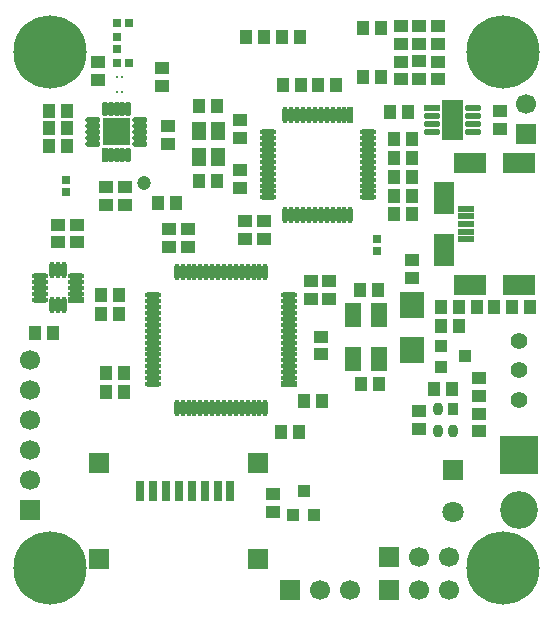
<source format=gts>
G04 #@! TF.FileFunction,Soldermask,Top*
%FSLAX46Y46*%
G04 Gerber Fmt 4.6, Leading zero omitted, Abs format (unit mm)*
G04 Created by KiCad (PCBNEW 4.0.2-stable) date 18.04.2016 19:48:57*
%MOMM*%
G01*
G04 APERTURE LIST*
%ADD10C,0.100000*%
%ADD11C,0.320000*%
%ADD12R,1.089000X1.216000*%
%ADD13R,1.800000X1.800000*%
%ADD14C,1.800000*%
%ADD15R,1.216000X1.089000*%
%ADD16R,0.800000X0.800000*%
%ADD17R,2.000860X2.198980*%
%ADD18R,0.470000X1.400000*%
%ADD19O,0.470000X1.400000*%
%ADD20O,1.400000X0.470000*%
%ADD21R,1.400000X0.570000*%
%ADD22O,1.400000X0.570000*%
%ADD23R,1.000000X1.000000*%
%ADD24R,0.901040X1.099160*%
%ADD25O,0.901040X1.099160*%
%ADD26R,1.398880X0.499720*%
%ADD27O,1.398880X0.499720*%
%ADD28O,0.499720X1.398880*%
%ADD29R,0.480000X1.300000*%
%ADD30O,0.480000X1.300000*%
%ADD31O,1.300000X0.480000*%
%ADD32R,1.300000X1.300000*%
%ADD33R,1.400000X0.470000*%
%ADD34C,6.200000*%
%ADD35R,1.114400X1.114400*%
%ADD36R,1.200000X1.100000*%
%ADD37R,1.100000X1.200000*%
%ADD38C,1.400000*%
%ADD39C,1.200000*%
%ADD40R,1.700000X1.700000*%
%ADD41C,1.700000*%
%ADD42R,2.700000X1.700000*%
%ADD43R,1.700000X2.700000*%
%ADD44R,1.450000X0.600000*%
%ADD45R,0.700380X1.701140*%
%ADD46R,1.701140X1.701140*%
%ADD47R,1.200000X1.600000*%
%ADD48R,1.398880X2.099920*%
%ADD49R,3.200000X3.200000*%
%ADD50C,3.200000*%
G04 APERTURE END LIST*
D10*
D11*
X135950000Y-88400000D03*
X136450000Y-88400000D03*
X135950000Y-87200000D03*
X136450000Y-87200000D03*
D12*
X156838000Y-83000000D03*
X158362000Y-83000000D03*
X169438000Y-106600000D03*
X170962000Y-106600000D03*
X156838000Y-87200000D03*
X158362000Y-87200000D03*
X164962000Y-106600000D03*
X163438000Y-106600000D03*
D13*
X164400000Y-120450000D03*
D14*
X164400000Y-123950000D03*
D12*
X144462000Y-96000000D03*
X142938000Y-96000000D03*
X142938000Y-89600000D03*
X144462000Y-89600000D03*
D15*
X136700000Y-96438000D03*
X136700000Y-97962000D03*
D12*
X131762000Y-90000000D03*
X130238000Y-90000000D03*
X134638000Y-107200000D03*
X136162000Y-107200000D03*
X134638000Y-105600000D03*
X136162000Y-105600000D03*
X159437900Y-93993200D03*
X160961900Y-93993200D03*
D15*
X134400000Y-87400000D03*
X134400000Y-85876000D03*
X139800000Y-87962000D03*
X139800000Y-86438000D03*
X140300000Y-91338000D03*
X140300000Y-92862000D03*
X135100000Y-96438000D03*
X135100000Y-97962000D03*
D12*
X131762000Y-93000000D03*
X130238000Y-93000000D03*
D16*
X136000000Y-86000000D03*
X137000000Y-86000000D03*
X136000000Y-82600000D03*
X137000000Y-82600000D03*
D12*
X159437900Y-92385100D03*
X160961900Y-92385100D03*
X159438000Y-95600000D03*
X160962000Y-95600000D03*
X159438000Y-97200000D03*
X160962000Y-97200000D03*
D15*
X146400000Y-95038000D03*
X146400000Y-96562000D03*
X146400000Y-92362000D03*
X146400000Y-90838000D03*
D12*
X153038000Y-87800000D03*
X154562000Y-87800000D03*
D15*
X161600000Y-87362000D03*
X161600000Y-85838000D03*
X161600000Y-82838000D03*
X161600000Y-84362000D03*
X168400000Y-91562000D03*
X168400000Y-90038000D03*
D12*
X160646500Y-90098700D03*
X159122500Y-90098700D03*
X158196600Y-113185100D03*
X156672600Y-113185100D03*
X156603000Y-105190700D03*
X158127000Y-105190700D03*
D15*
X149200000Y-122438000D03*
X149200000Y-123962000D03*
X140400000Y-101562000D03*
X140400000Y-100038000D03*
D12*
X136562000Y-113800000D03*
X135038000Y-113800000D03*
X149838000Y-117200000D03*
X151362000Y-117200000D03*
D15*
X148446200Y-100899700D03*
X148446200Y-99375700D03*
X152378700Y-105990100D03*
X152378700Y-104466100D03*
X153978700Y-105990100D03*
X153978700Y-104466100D03*
D12*
X151859000Y-114562100D03*
X153383000Y-114562100D03*
X164362000Y-113600000D03*
X162838000Y-113600000D03*
D15*
X161600000Y-116962000D03*
X161600000Y-115438000D03*
D12*
X149988000Y-83750000D03*
X151512000Y-83750000D03*
D17*
X161000000Y-110305000D03*
X161000000Y-106495000D03*
D18*
X155750000Y-90350000D03*
D19*
X155250000Y-90350000D03*
X154750000Y-90350000D03*
X154250000Y-90350000D03*
X153750000Y-90350000D03*
X153250000Y-90350000D03*
X152750000Y-90350000D03*
X152250000Y-90350000D03*
X151750000Y-90350000D03*
X151250000Y-90350000D03*
X150750000Y-90350000D03*
X150250000Y-90350000D03*
D20*
X148750000Y-91850000D03*
X148750000Y-92350000D03*
X148750000Y-92850000D03*
X148750000Y-93350000D03*
X148750000Y-93850000D03*
X148750000Y-94350000D03*
X148750000Y-94850000D03*
X148750000Y-95350000D03*
X148750000Y-95850000D03*
X148750000Y-96350000D03*
X148750000Y-96850000D03*
X148750000Y-97350000D03*
D19*
X150250000Y-98850000D03*
X150750000Y-98850000D03*
X151250000Y-98850000D03*
X151750000Y-98850000D03*
X152250000Y-98850000D03*
X152750000Y-98850000D03*
X153250000Y-98850000D03*
X153750000Y-98850000D03*
X154250000Y-98850000D03*
X154750000Y-98850000D03*
X155250000Y-98850000D03*
X155750000Y-98850000D03*
D20*
X157250000Y-97350000D03*
X157250000Y-96850000D03*
X157250000Y-96350000D03*
X157250000Y-95850000D03*
X157250000Y-95350000D03*
X157250000Y-94850000D03*
X157250000Y-94350000D03*
X157250000Y-93850000D03*
X157250000Y-93350000D03*
X157250000Y-92850000D03*
X157250000Y-92350000D03*
X157250000Y-91850000D03*
D21*
X162700000Y-89825000D03*
D22*
X162700000Y-90475000D03*
X162700000Y-91125000D03*
X162700000Y-91775000D03*
X166100000Y-91775000D03*
X166100000Y-91125000D03*
X166100000Y-90475000D03*
X166100000Y-89825000D03*
D23*
X164800000Y-89600000D03*
X164800000Y-90400000D03*
X164800000Y-91200000D03*
X164800000Y-92000000D03*
X164000000Y-89600000D03*
X164000000Y-90400000D03*
X164000000Y-91200000D03*
X164000000Y-92000000D03*
D24*
X164450240Y-115250040D03*
D25*
X163149760Y-115250040D03*
X163149760Y-117149960D03*
X164450240Y-117149960D03*
D26*
X132501140Y-106000760D03*
D27*
X132501140Y-105500380D03*
X132501140Y-105000000D03*
X132501140Y-104499620D03*
X132501140Y-103999240D03*
D28*
X131500380Y-103498860D03*
X131000000Y-103498860D03*
X130499620Y-103498860D03*
D27*
X129498860Y-103999240D03*
X129498860Y-104499620D03*
X129498860Y-105000000D03*
X129498860Y-105500380D03*
X129498860Y-106000760D03*
D28*
X130499620Y-106501140D03*
X131000000Y-106501140D03*
X131500380Y-106501140D03*
D29*
X134950000Y-93750000D03*
D30*
X135450000Y-93750000D03*
X135950000Y-93750000D03*
X136450000Y-93750000D03*
X136950000Y-93750000D03*
D31*
X137900000Y-92800000D03*
X137900000Y-92300000D03*
X137900000Y-91800000D03*
X137900000Y-91300000D03*
X137900000Y-90800000D03*
D30*
X136950000Y-89850000D03*
X136450000Y-89850000D03*
X135950000Y-89850000D03*
X135450000Y-89850000D03*
X134950000Y-89850000D03*
D31*
X134000000Y-90800000D03*
X134000000Y-91300000D03*
X134000000Y-91800000D03*
X134000000Y-92300000D03*
X134000000Y-92800000D03*
D32*
X135400000Y-92350000D03*
X135400000Y-91250000D03*
X136500000Y-92350000D03*
X136500000Y-91250000D03*
D33*
X150550000Y-113150000D03*
D20*
X150550000Y-112650000D03*
X150550000Y-112150000D03*
X150550000Y-111650000D03*
X150550000Y-111150000D03*
X150550000Y-110650000D03*
X150550000Y-110150000D03*
X150550000Y-109650000D03*
X150550000Y-109150000D03*
X150550000Y-108650000D03*
X150550000Y-108150000D03*
X150550000Y-107650000D03*
X150550000Y-107150000D03*
X150550000Y-106650000D03*
X150550000Y-106150000D03*
X150550000Y-105650000D03*
D19*
X148550000Y-103650000D03*
X148050000Y-103650000D03*
X147550000Y-103650000D03*
X147050000Y-103650000D03*
X146550000Y-103650000D03*
X146050000Y-103650000D03*
X145550000Y-103650000D03*
X145050000Y-103650000D03*
D20*
X139050000Y-105650000D03*
X139050000Y-106150000D03*
X139050000Y-106650000D03*
X139050000Y-107150000D03*
D19*
X144550000Y-103650000D03*
X144050000Y-103650000D03*
X143550000Y-103650000D03*
X143050000Y-103650000D03*
X142550000Y-103650000D03*
X142050000Y-103650000D03*
X141550000Y-103650000D03*
X141050000Y-103650000D03*
D20*
X139050000Y-107650000D03*
X139050000Y-108150000D03*
X139050000Y-108650000D03*
X139050000Y-109150000D03*
X139050000Y-109650000D03*
X139050000Y-110150000D03*
X139050000Y-110650000D03*
X139050000Y-111150000D03*
X139050000Y-111650000D03*
X139050000Y-112150000D03*
X139050000Y-112650000D03*
X139050000Y-113150000D03*
D19*
X141050000Y-115150000D03*
X141550000Y-115150000D03*
X142050000Y-115150000D03*
X142550000Y-115150000D03*
X143050000Y-115150000D03*
X143550000Y-115150000D03*
X144050000Y-115150000D03*
X144550000Y-115150000D03*
X145050000Y-115150000D03*
X145550000Y-115150000D03*
X146050000Y-115150000D03*
X146550000Y-115150000D03*
X147050000Y-115150000D03*
X147550000Y-115150000D03*
X148050000Y-115150000D03*
X148550000Y-115150000D03*
D34*
X130300000Y-85000000D03*
X168700000Y-85000000D03*
X130300000Y-128700000D03*
X168700000Y-128700000D03*
D16*
X131700000Y-95900000D03*
X131700000Y-96900000D03*
X136000000Y-83800000D03*
X136000000Y-84800000D03*
X158000000Y-101900000D03*
X158000000Y-100900000D03*
D35*
X152689000Y-124216000D03*
X150911000Y-124216000D03*
X151800000Y-122184000D03*
X163384000Y-111689000D03*
X163384000Y-109911000D03*
X165416000Y-110800000D03*
D36*
X132600000Y-99650000D03*
X132600000Y-101150000D03*
X131000000Y-101150000D03*
X131000000Y-99650000D03*
X160000000Y-82850000D03*
X160000000Y-84350000D03*
D37*
X167950000Y-106600000D03*
X166450000Y-106600000D03*
D36*
X160000000Y-87350000D03*
X160000000Y-85850000D03*
D37*
X139450000Y-97800000D03*
X140950000Y-97800000D03*
D36*
X163200000Y-87350000D03*
X163200000Y-85850000D03*
X163200000Y-82850000D03*
X163200000Y-84350000D03*
X161000000Y-102650000D03*
X161000000Y-104150000D03*
X153256900Y-110635200D03*
X153256900Y-109135200D03*
D37*
X146900000Y-83750000D03*
X148400000Y-83750000D03*
D36*
X166600000Y-112650000D03*
X166600000Y-114150000D03*
X166600000Y-115650000D03*
X166600000Y-117150000D03*
D37*
X163450000Y-108200000D03*
X164950000Y-108200000D03*
X131750000Y-91500000D03*
X130250000Y-91500000D03*
D38*
X170000000Y-109500000D03*
X170000000Y-112000000D03*
X170000000Y-114500000D03*
D39*
X138314000Y-96159500D03*
D15*
X142000000Y-101562000D03*
X142000000Y-100038000D03*
D12*
X136562000Y-112200000D03*
X135038000Y-112200000D03*
D40*
X150600000Y-130600000D03*
D41*
X153140000Y-130600000D03*
X155680000Y-130600000D03*
D42*
X170050000Y-104750000D03*
X170050000Y-94450000D03*
X165850000Y-104750000D03*
X165850000Y-94450000D03*
D43*
X163650000Y-101800000D03*
X163650000Y-97400000D03*
D44*
X165525000Y-100900000D03*
X165525000Y-100250000D03*
X165525000Y-99600000D03*
X165525000Y-98950000D03*
X165525000Y-98300000D03*
D40*
X159000000Y-130600000D03*
D41*
X161540000Y-130600000D03*
X164080000Y-130600000D03*
D40*
X170600000Y-92000000D03*
D41*
X170600000Y-89460000D03*
D45*
X137900540Y-122199700D03*
X139000360Y-122199700D03*
X140100180Y-122199700D03*
X141200000Y-122199700D03*
X142299820Y-122199700D03*
X143399640Y-122199700D03*
X144499460Y-122199700D03*
X145599280Y-122199700D03*
D46*
X134499480Y-128001060D03*
X134499480Y-119799400D03*
X147900520Y-128001060D03*
X147900520Y-119799400D03*
D40*
X159000000Y-127800000D03*
D41*
X161540000Y-127800000D03*
X164080000Y-127800000D03*
D47*
X144500000Y-93900000D03*
X144500000Y-91700000D03*
X142900000Y-91700000D03*
X142900000Y-93900000D03*
D48*
X158180820Y-111038320D03*
X158180820Y-107340080D03*
X155981180Y-107340080D03*
X155981180Y-111038320D03*
D49*
X170000000Y-119200000D03*
D50*
X170000000Y-123800000D03*
D12*
X130562000Y-108800000D03*
X129038000Y-108800000D03*
X159438000Y-98800000D03*
X160962000Y-98800000D03*
X151562000Y-87800000D03*
X150038000Y-87800000D03*
D15*
X146845400Y-100899600D03*
X146845400Y-99375600D03*
D40*
X128600000Y-123800000D03*
D41*
X128600000Y-121260000D03*
X128600000Y-118720000D03*
X128600000Y-116180000D03*
X128600000Y-113640000D03*
X128600000Y-111100000D03*
M02*

</source>
